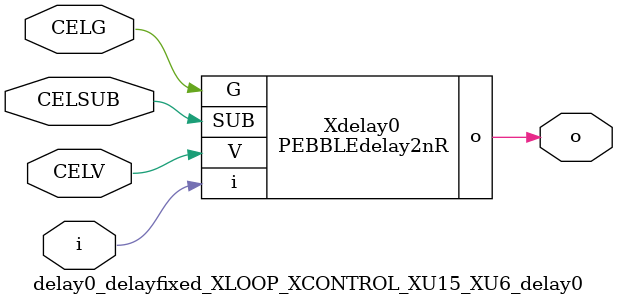
<source format=v>



module PEBBLEdelay2nR ( o, V, G, i, SUB );

  input V;
  input i;
  input G;
  output o;
  input SUB;
endmodule

//Celera Confidential Do Not Copy delay0_delayfixed_XLOOP_XCONTROL_XU15_XU6_delay0
//TYPE: fixed 2ns
module delay0_delayfixed_XLOOP_XCONTROL_XU15_XU6_delay0 (i, CELV, o,
CELG,CELSUB);
input CELV;
input i;
output o;
input CELSUB;
input CELG;

//Celera Confidential Do Not Copy delayfast0
PEBBLEdelay2nR Xdelay0(
.V (CELV),
.i (i),
.o (o),
.G (CELG),
.SUB (CELSUB)
);
//,diesize,PEBBLEdelay2nR

//Celera Confidential Do Not Copy Module End
//Celera Schematic Generator
endmodule

</source>
